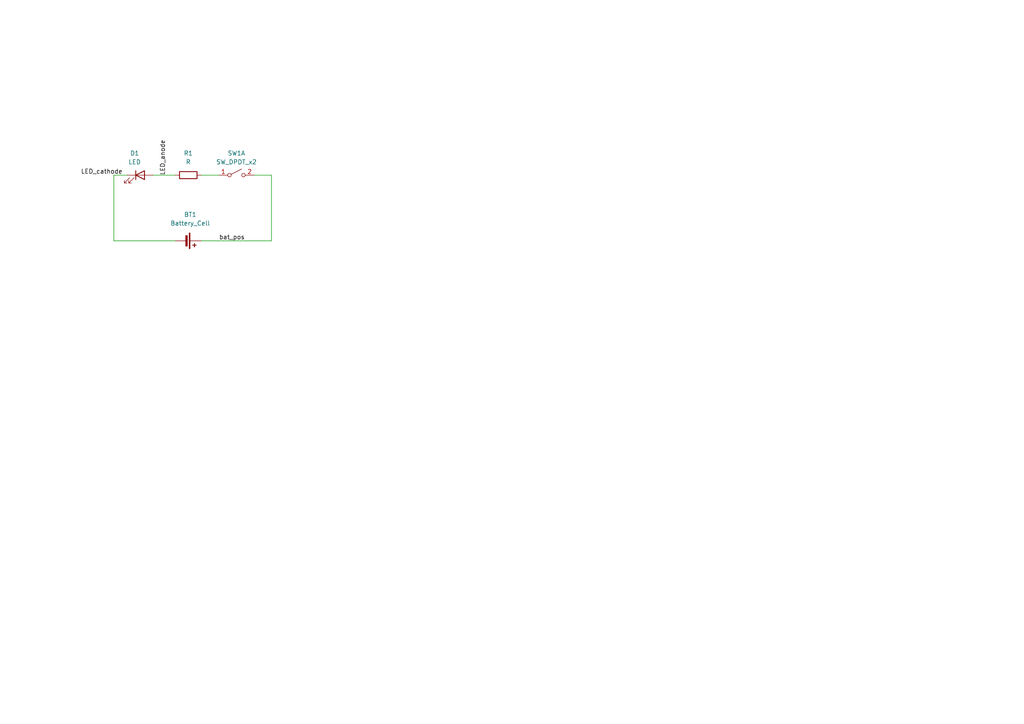
<source format=kicad_sch>
(kicad_sch (version 20250114) (generator "eeschema") (generator_version "9.0")
  (paper "A4")
  (title_block (title "Project 1 LED Board") (date "2026-01-10") (rev "1"))
  (lib_symbols
    (symbol "Device:Battery_Cell" (pin_numbers (hide yes)) (pin_names (offset 0) (hide yes))
      (property "Reference" "BT" (at 2.54 2.54 0))
      (property "Value" "Battery_Cell" (at 2.54 0 0))
      (symbol "Battery_Cell_0_1"
        (rectangle (start -2.286 1.778) (end 2.286 1.524) (fill (type outline)))
        (rectangle (start -1.524 1.016) (end 1.524 0.508) (fill (type outline)))
        (polyline (pts (xy 0 1.778) (xy 0 2.54)))
        (polyline (pts (xy 0 0.762) (xy 0 0)))
        (polyline (pts (xy 0.762 3.048) (xy 1.778 3.048)) (stroke (width 0.254)))
        (polyline (pts (xy 1.27 3.556) (xy 1.27 2.54)) (stroke (width 0.254)))
      )
      (symbol "Battery_Cell_1_1"
        (pin passive line (at 0 5.08 270) (length 2.54) (name "+") (number "1"))
        (pin passive line (at 0 -2.54 90) (length 2.54) (name "-") (number "2"))
      )
    )
    (symbol "Device:LED" (pin_numbers (hide yes)) (pin_names (offset 1.016) (hide yes))
      (property "Reference" "D" (at 0 2.54 0))
      (property "Value" "LED" (at 0 -2.54 0))
      (symbol "LED_0_1"
        (polyline (pts (xy -3.048 -0.762) (xy -4.572 -2.286) (xy -3.81 -2.286) (xy -4.572 -2.286) (xy -4.572 -1.524)))
        (polyline (pts (xy -1.778 -0.762) (xy -3.302 -2.286) (xy -2.54 -2.286) (xy -3.302 -2.286) (xy -3.302 -1.524)))
        (polyline (pts (xy -1.27 0) (xy 1.27 0)))
        (polyline (pts (xy -1.27 -1.27) (xy -1.27 1.27)) (stroke (width 0.254)))
        (polyline (pts (xy 1.27 -1.27) (xy 1.27 1.27) (xy -1.27 0) (xy 1.27 -1.27)) (stroke (width 0.254)))
      )
      (symbol "LED_1_1"
        (pin passive line (at -3.81 0 0) (length 2.54) (name "K") (number "1"))
        (pin passive line (at 3.81 0 180) (length 2.54) (name "A") (number "2"))
      )
    )
    (symbol "Device:R" (pin_numbers (hide yes)) (pin_names (offset 0))
      (property "Reference" "R" (at 2.032 0 90))
      (property "Value" "R" (at 0 0 90))
      (symbol "R_0_1"
        (rectangle (start -1.016 -2.54) (end 1.016 2.54) (stroke (width 0.254)))
      )
      (symbol "R_1_1"
        (pin passive line (at 0 3.81 270) (length 1.27) (name "~") (number "1"))
        (pin passive line (at 0 -3.81 90) (length 1.27) (name "~") (number "2"))
      )
    )
    (symbol "Switch:SW_DPST_x2" (pin_names (offset 0) (hide yes))
      (property "Reference" "SW" (at 0 3.175 0))
      (property "Value" "SW_DPST_x2" (at 0 -2.54 0))
      (symbol "SW_DPST_x2_0_0"
        (circle (center -2.032 0) (radius 0.508))
        (polyline (pts (xy -1.524 0.254) (xy 1.524 1.778)))
        (circle (center 2.032 0) (radius 0.508))
      )
      (symbol "SW_DPST_x2_1_1"
        (pin passive line (at -5.08 0 0) (length 2.54) (name "A") (number "1"))
        (pin passive line (at 5.08 0 180) (length 2.54) (name "B") (number "2"))
      )
      (symbol "SW_DPST_x2_2_1"
        (pin passive line (at -5.08 0 0) (length 2.54) (name "A") (number "3"))
        (pin passive line (at 5.08 0 180) (length 2.54) (name "B") (number "4"))
      )
    )
  )
  (wire (pts (xy 78.74 50.8) (xy 73.66 50.8)))
  (wire (pts (xy 58.42 69.85) (xy 78.74 69.85)))
  (wire (pts (xy 78.74 69.85) (xy 78.74 50.8)))
  (wire (pts (xy 44.45 50.8) (xy 50.8 50.8)))
  (wire (pts (xy 58.42 50.8) (xy 63.5 50.8)))
  (wire (pts (xy 33.02 69.85) (xy 50.8 69.85)))
  (wire (pts (xy 36.83 50.8) (xy 33.02 50.8)))
  (wire (pts (xy 33.02 50.8) (xy 33.02 69.85)))
  (label "bat_pos" (at 63.5 69.85 0))
  (label "LED_anode" (at 48.26 50.8 90))
  (label "LED_cathode" (at 35.56 50.8 180))
  (symbol (lib_id "Device:R") (at 54.61 50.8 90) (unit 1)
    (property "Reference" "R1" (at 54.61 44.45 90))
    (property "Value" "R" (at 54.61 46.99 90))
    (property "Footprint" "Resistor_THT:R_Axial_DIN0204_L3.6mm_D1.6mm_P7.62mm_Horizontal" (effects (hide yes)))
    (property "Description" "Resistor" (effects (hide yes)))
  )
  (symbol (lib_id "Switch:SW_DPST_x2") (at 68.58 50.8 0) (unit 1)
    (property "Reference" "SW1" (at 68.58 44.45 0))
    (property "Value" "SW_DPDT_x2" (at 68.58 46.99 0))
    (property "Footprint" "Button_Switch_THT:SW_SPST_Omron_B3F-40xx" (effects (hide yes)))
    (property "Description" "Single Pole Single Throw (SPST) switch, separate symbol" (effects (hide yes)))
  )
  (symbol (lib_id "Device:Battery_Cell") (at 53.34 69.85 270) (unit 1)
    (property "Reference" "BT1" (at 55.1815 62.23 90))
    (property "Value" "Battery_Cell" (at 55.1815 64.77 90))
    (property "Footprint" "Battery:BatteryHolder_Keystone_1058_1x2032" (effects (hide yes)))
    (property "Description" "Single-cell battery" (effects (hide yes)))
    (property "Sim.Device" "V" (effects (hide yes)))
    (property "Sim.Type" "DC" (effects (hide yes)))
    (property "Sim.Pins" "1=+ 2=-" (effects (hide yes)))
  )
  (symbol (lib_id "Device:LED") (at 40.64 50.8 0) (unit 1)
    (property "Reference" "D1" (at 39.0525 44.45 0))
    (property "Value" "LED" (at 39.0525 46.99 0))
    (property "Footprint" "LED_THT:LED_D5.0mm" (effects (hide yes)))
    (property "Description" "Light emitting diode" (effects (hide yes)))
    (property "Sim.Pins" "1=K 2=A" (effects (hide yes)))
  )
)
</source>
